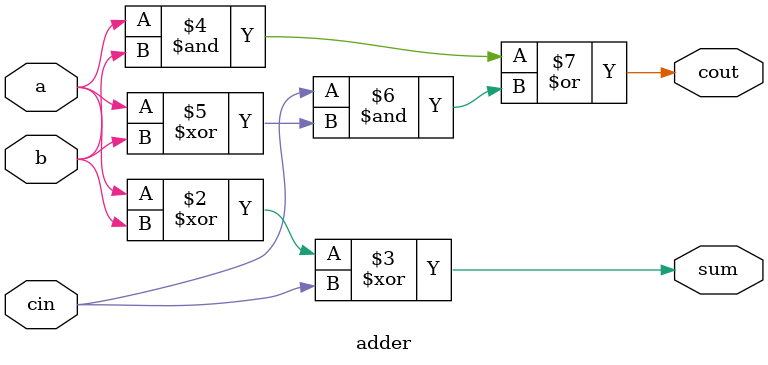
<source format=sv>
module adder(
    input  logic a, b, cin,
    output logic sum, cout
);

always_comb begin
    sum  = a ^ b ^ cin;
    cout = (a & b) | (cin & (a ^ b));
end

endmodule

</source>
